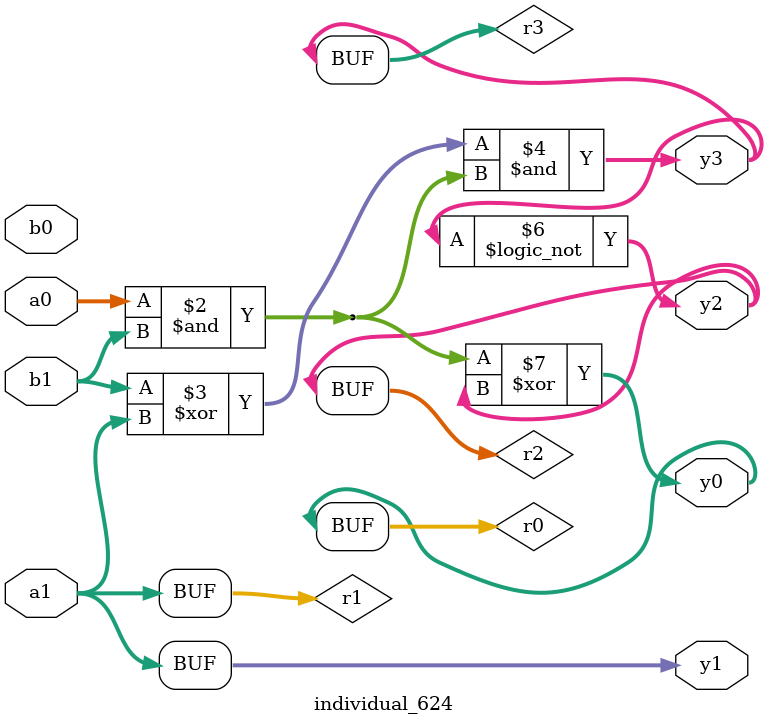
<source format=sv>
module individual_624(input logic [15:0] a1, input logic [15:0] a0, input logic [15:0] b1, input logic [15:0] b0, output logic [15:0] y3, output logic [15:0] y2, output logic [15:0] y1, output logic [15:0] y0);
logic [15:0] r0, r1, r2, r3; 
 always@(*) begin 
	 r0 = a0; r1 = a1; r2 = b0; r3 = b1; 
 	 r0  &=  r3 ;
 	 r3  ^=  a1 ;
 	 r3  &=  r0 ;
 	 r2  ^=  r0 ;
 	 r2 = ! r3 ;
 	 r0  ^=  r2 ;
 	 y3 = r3; y2 = r2; y1 = r1; y0 = r0; 
end
endmodule
</source>
